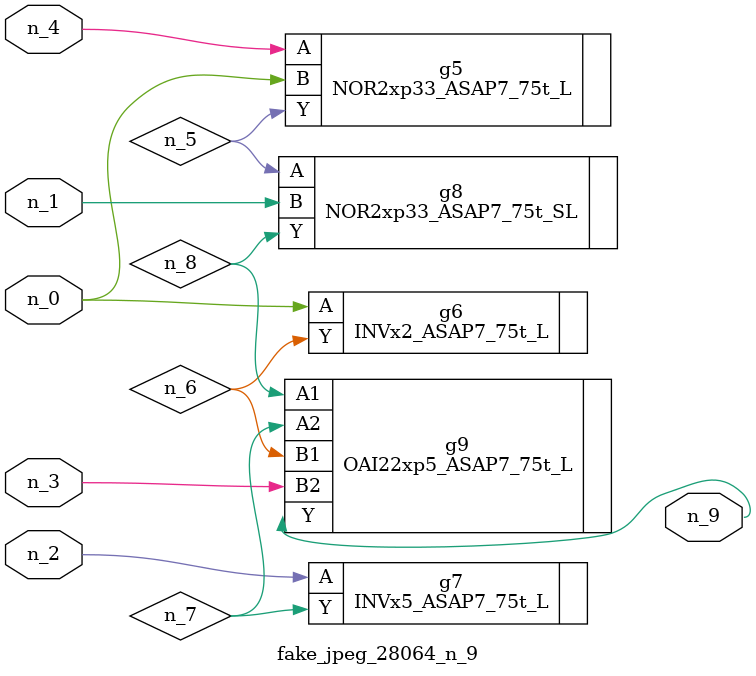
<source format=v>
module fake_jpeg_28064_n_9 (n_3, n_2, n_1, n_0, n_4, n_9);

input n_3;
input n_2;
input n_1;
input n_0;
input n_4;

output n_9;

wire n_8;
wire n_6;
wire n_5;
wire n_7;

NOR2xp33_ASAP7_75t_L g5 ( 
.A(n_4),
.B(n_0),
.Y(n_5)
);

INVx2_ASAP7_75t_L g6 ( 
.A(n_0),
.Y(n_6)
);

INVx5_ASAP7_75t_L g7 ( 
.A(n_2),
.Y(n_7)
);

NOR2xp33_ASAP7_75t_SL g8 ( 
.A(n_5),
.B(n_1),
.Y(n_8)
);

OAI22xp5_ASAP7_75t_L g9 ( 
.A1(n_8),
.A2(n_7),
.B1(n_6),
.B2(n_3),
.Y(n_9)
);


endmodule
</source>
